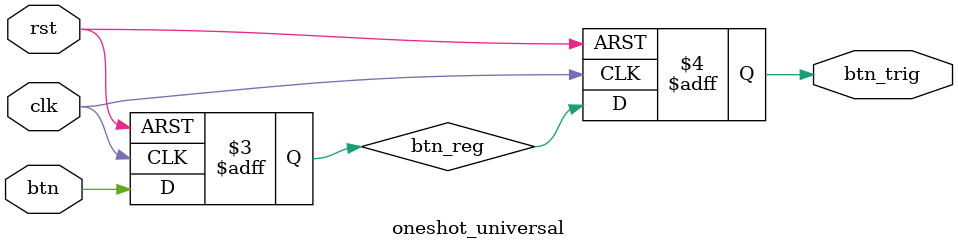
<source format=v>

module oneshot_universal(clk, rst, btn, btn_trig);

parameter WIDTH = 1;
input clk, rst, btn;
reg [WIDTH-1 :0] btn_reg;
output reg [WIDTH-1 :0] btn_trig;

always @(negedge rst or posedge clk) begin
    if(!rst) begin
        btn_reg <= {WIDTH{1'b0}};
        btn_trig <= {WIDTH{1'b0}};
    end
    else begin
        btn_reg <= btn;
        btn_trig <= btn_reg; //no oneshot
        //btn_trig <= btn & ~btn_reg;//oneshot
    end
end
endmodule

</source>
